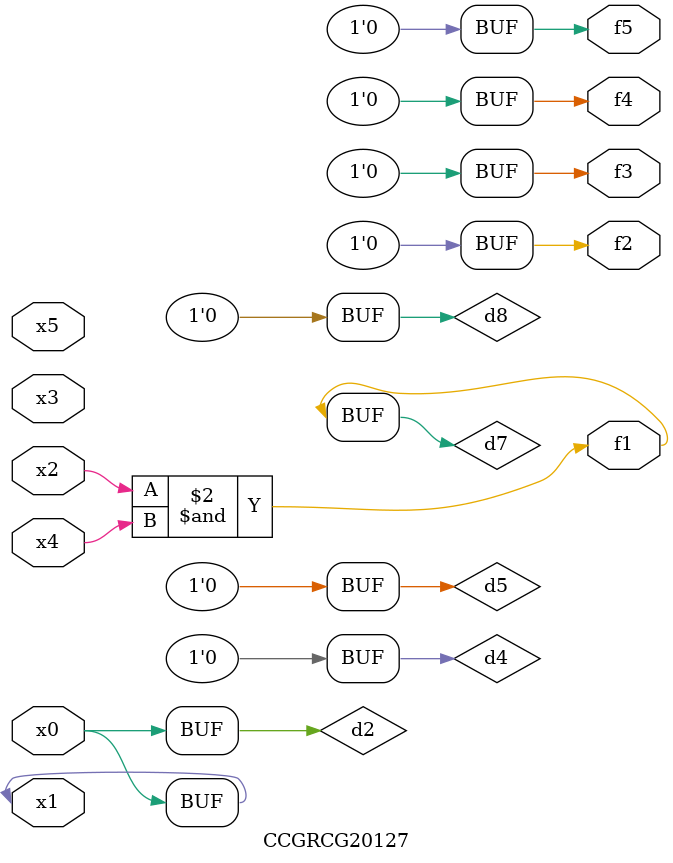
<source format=v>
module CCGRCG20127(
	input x0, x1, x2, x3, x4, x5,
	output f1, f2, f3, f4, f5
);

	wire d1, d2, d3, d4, d5, d6, d7, d8, d9;

	nand (d1, x1);
	buf (d2, x0, x1);
	nand (d3, x2, x4);
	and (d4, d1, d2);
	and (d5, d1, d2);
	nand (d6, d1, d3);
	not (d7, d3);
	xor (d8, d5);
	nor (d9, d5, d6);
	assign f1 = d7;
	assign f2 = d8;
	assign f3 = d8;
	assign f4 = d8;
	assign f5 = d8;
endmodule

</source>
